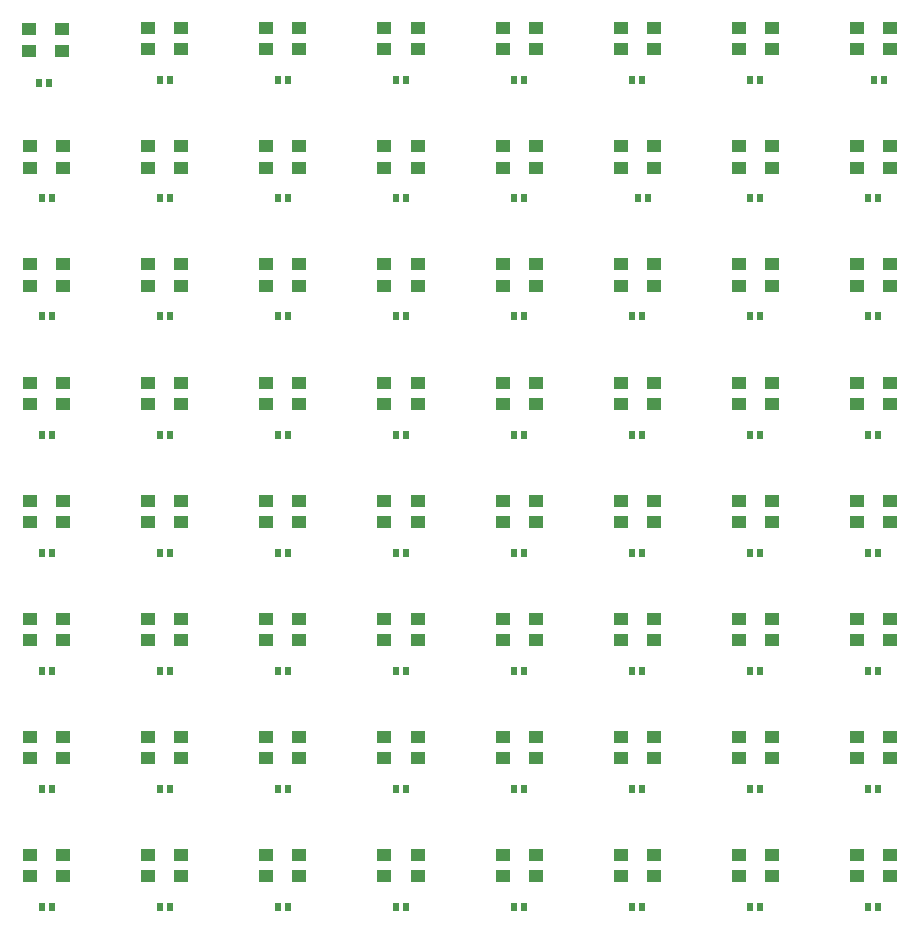
<source format=gtp>
G04 ---------------------------- Layer name :TOP PASTER LAYER*
G04 EasyEDA v5.8.22, Sat, 19 Jan 2019 18:17:00 GMT*
G04 b8eca77e87294b629a6419249ffa979f*
G04 Gerber Generator version 0.2*
G04 Scale: 100 percent, Rotated: No, Reflected: No *
G04 Dimensions in millimeters *
G04 leading zeros omitted , absolute positions ,3 integer and 3 decimal *
%FSLAX33Y33*%
%MOMM*%
G90*
G71D02*

%ADD13R,1.199998X0.999998*%
%ADD14R,0.599948X0.649986*%

%LPD*%
G54D13*
G01X3501Y75798D03*
G01X6301Y75798D03*
G01X6301Y73998D03*
G01X3501Y73998D03*
G01X13599Y75899D03*
G01X16400Y75899D03*
G01X16400Y74099D03*
G01X13599Y74099D03*
G01X23601Y75898D03*
G01X26401Y75898D03*
G01X26401Y74098D03*
G01X23601Y74098D03*
G01X33599Y75899D03*
G01X36399Y75899D03*
G01X36399Y74099D03*
G01X33599Y74099D03*
G01X43599Y75899D03*
G01X46399Y75899D03*
G01X46399Y74099D03*
G01X43599Y74099D03*
G01X53599Y75899D03*
G01X56399Y75899D03*
G01X56399Y74099D03*
G01X53599Y74099D03*
G01X63599Y75899D03*
G01X66399Y75899D03*
G01X66399Y74099D03*
G01X63599Y74099D03*
G01X73599Y75899D03*
G01X76399Y75899D03*
G01X76399Y74099D03*
G01X73599Y74099D03*
G01X3599Y65899D03*
G01X6400Y65899D03*
G01X6400Y64099D03*
G01X3599Y64099D03*
G01X13599Y65899D03*
G01X16400Y65899D03*
G01X16400Y64099D03*
G01X13599Y64099D03*
G01X23599Y65899D03*
G01X26399Y65899D03*
G01X26399Y64099D03*
G01X23599Y64099D03*
G01X33599Y65899D03*
G01X36399Y65899D03*
G01X36399Y64099D03*
G01X33599Y64099D03*
G01X43599Y65899D03*
G01X46399Y65899D03*
G01X46399Y64099D03*
G01X43599Y64099D03*
G01X53601Y65898D03*
G01X56401Y65898D03*
G01X56401Y64098D03*
G01X53601Y64098D03*
G01X63599Y65899D03*
G01X66399Y65899D03*
G01X66399Y64099D03*
G01X63599Y64099D03*
G01X73599Y65899D03*
G01X76399Y65899D03*
G01X76399Y64099D03*
G01X73599Y64099D03*
G01X3599Y55899D03*
G01X6400Y55899D03*
G01X6400Y54099D03*
G01X3599Y54099D03*
G01X13599Y55899D03*
G01X16400Y55899D03*
G01X16400Y54099D03*
G01X13599Y54099D03*
G01X23599Y55899D03*
G01X26399Y55899D03*
G01X26399Y54099D03*
G01X23599Y54099D03*
G01X33601Y55898D03*
G01X36402Y55898D03*
G01X36402Y54098D03*
G01X33601Y54098D03*
G01X43601Y55898D03*
G01X46401Y55898D03*
G01X46401Y54098D03*
G01X43601Y54098D03*
G01X53601Y55898D03*
G01X56401Y55898D03*
G01X56401Y54098D03*
G01X53601Y54098D03*
G01X63599Y55899D03*
G01X66399Y55899D03*
G01X66399Y54099D03*
G01X63599Y54099D03*
G01X73601Y55898D03*
G01X76401Y55898D03*
G01X76401Y54098D03*
G01X73601Y54098D03*
G01X3601Y45898D03*
G01X6402Y45898D03*
G01X6402Y44098D03*
G01X3601Y44098D03*
G01X13601Y45898D03*
G01X16402Y45898D03*
G01X16402Y44098D03*
G01X13601Y44098D03*
G01X23601Y45898D03*
G01X26401Y45898D03*
G01X26401Y44098D03*
G01X23601Y44098D03*
G01X33601Y45898D03*
G01X36402Y45898D03*
G01X36402Y44098D03*
G01X33601Y44098D03*
G01X43601Y45898D03*
G01X46401Y45898D03*
G01X46401Y44098D03*
G01X43601Y44098D03*
G01X53601Y45898D03*
G01X56401Y45898D03*
G01X56401Y44098D03*
G01X53601Y44098D03*
G01X63601Y45898D03*
G01X66401Y45898D03*
G01X66401Y44098D03*
G01X63601Y44098D03*
G01X73601Y45898D03*
G01X76401Y45898D03*
G01X76401Y44098D03*
G01X73601Y44098D03*
G01X3601Y35898D03*
G01X6402Y35898D03*
G01X6402Y34098D03*
G01X3601Y34098D03*
G01X13601Y35898D03*
G01X16402Y35898D03*
G01X16402Y34098D03*
G01X13601Y34098D03*
G01X23601Y35898D03*
G01X26401Y35898D03*
G01X26401Y34098D03*
G01X23601Y34098D03*
G01X33601Y35898D03*
G01X36402Y35898D03*
G01X36402Y34098D03*
G01X33601Y34098D03*
G01X43601Y35898D03*
G01X46401Y35898D03*
G01X46401Y34098D03*
G01X43601Y34098D03*
G01X53601Y35898D03*
G01X56401Y35898D03*
G01X56401Y34098D03*
G01X53601Y34098D03*
G01X63601Y35898D03*
G01X66401Y35898D03*
G01X66401Y34098D03*
G01X63601Y34098D03*
G01X73599Y35899D03*
G01X76399Y35899D03*
G01X76399Y34100D03*
G01X73599Y34100D03*
G01X3601Y25898D03*
G01X6402Y25898D03*
G01X6402Y24098D03*
G01X3601Y24098D03*
G01X13601Y25898D03*
G01X16402Y25898D03*
G01X16402Y24098D03*
G01X13601Y24098D03*
G01X23599Y25899D03*
G01X26399Y25899D03*
G01X26399Y24100D03*
G01X23599Y24100D03*
G01X33601Y25898D03*
G01X36402Y25898D03*
G01X36402Y24098D03*
G01X33601Y24098D03*
G01X43601Y25898D03*
G01X46401Y25898D03*
G01X46401Y24098D03*
G01X43601Y24098D03*
G01X53601Y25898D03*
G01X56401Y25898D03*
G01X56401Y24098D03*
G01X53601Y24098D03*
G01X63599Y25899D03*
G01X66399Y25899D03*
G01X66399Y24100D03*
G01X63599Y24100D03*
G01X73599Y25899D03*
G01X76399Y25899D03*
G01X76399Y24100D03*
G01X73599Y24100D03*
G01X3601Y15898D03*
G01X6402Y15898D03*
G01X6402Y14098D03*
G01X3601Y14098D03*
G01X13601Y15898D03*
G01X16402Y15898D03*
G01X16402Y14098D03*
G01X13601Y14098D03*
G01X23601Y15898D03*
G01X26401Y15898D03*
G01X26401Y14098D03*
G01X23601Y14098D03*
G01X33601Y15898D03*
G01X36402Y15898D03*
G01X36402Y14098D03*
G01X33601Y14098D03*
G01X43601Y15898D03*
G01X46401Y15898D03*
G01X46401Y14098D03*
G01X43601Y14098D03*
G01X53601Y15898D03*
G01X56401Y15898D03*
G01X56401Y14098D03*
G01X53601Y14098D03*
G01X63601Y15898D03*
G01X66401Y15898D03*
G01X66401Y14098D03*
G01X63601Y14098D03*
G01X73599Y15899D03*
G01X76399Y15899D03*
G01X76399Y14100D03*
G01X73599Y14100D03*
G01X3601Y5898D03*
G01X6402Y5898D03*
G01X6402Y4098D03*
G01X3601Y4098D03*
G01X13601Y5898D03*
G01X16402Y5898D03*
G01X16402Y4098D03*
G01X13601Y4098D03*
G01X23599Y5899D03*
G01X26399Y5899D03*
G01X26399Y4100D03*
G01X23599Y4100D03*
G01X33599Y5899D03*
G01X36399Y5899D03*
G01X36399Y4100D03*
G01X33599Y4100D03*
G01X43601Y5898D03*
G01X46401Y5898D03*
G01X46401Y4098D03*
G01X43601Y4098D03*
G01X53599Y5899D03*
G01X56399Y5899D03*
G01X56399Y4100D03*
G01X53599Y4100D03*
G01X63601Y5898D03*
G01X66401Y5898D03*
G01X66401Y4098D03*
G01X63601Y4098D03*
G01X73599Y5899D03*
G01X76399Y5899D03*
G01X76399Y4100D03*
G01X73599Y4100D03*
G54D14*
G01X5226Y71298D03*
G01X4377Y71298D03*
G01X15424Y71499D03*
G01X14575Y71499D03*
G01X25426Y71498D03*
G01X24577Y71498D03*
G01X35426Y71498D03*
G01X34577Y71498D03*
G01X45426Y71498D03*
G01X44577Y71498D03*
G01X55426Y71498D03*
G01X54577Y71498D03*
G01X65426Y71498D03*
G01X64577Y71498D03*
G01X75926Y71498D03*
G01X75077Y71498D03*
G01X5424Y61499D03*
G01X4575Y61499D03*
G01X15424Y61499D03*
G01X14575Y61499D03*
G01X25426Y61498D03*
G01X24577Y61498D03*
G01X35426Y61498D03*
G01X34577Y61498D03*
G01X45426Y61498D03*
G01X44577Y61498D03*
G01X55926Y61498D03*
G01X55077Y61498D03*
G01X65426Y61498D03*
G01X64577Y61498D03*
G01X75426Y61498D03*
G01X74577Y61498D03*
G01X5426Y51498D03*
G01X4577Y51498D03*
G01X15426Y51498D03*
G01X14577Y51498D03*
G01X25426Y51498D03*
G01X24577Y51498D03*
G01X35426Y51498D03*
G01X34577Y51498D03*
G01X45426Y51498D03*
G01X44577Y51498D03*
G01X55424Y51499D03*
G01X54575Y51499D03*
G01X65426Y51498D03*
G01X64577Y51498D03*
G01X75426Y51498D03*
G01X74577Y51498D03*
G01X5426Y41498D03*
G01X4577Y41498D03*
G01X15426Y41498D03*
G01X14577Y41498D03*
G01X25426Y41498D03*
G01X24577Y41498D03*
G01X35426Y41498D03*
G01X34577Y41498D03*
G01X45426Y41498D03*
G01X44577Y41498D03*
G01X55426Y41498D03*
G01X54577Y41498D03*
G01X65426Y41498D03*
G01X64577Y41498D03*
G01X75426Y41498D03*
G01X74577Y41498D03*
G01X5426Y31498D03*
G01X4577Y31498D03*
G01X15426Y31498D03*
G01X14577Y31498D03*
G01X25426Y31498D03*
G01X24577Y31498D03*
G01X35426Y31498D03*
G01X34577Y31498D03*
G01X45426Y31498D03*
G01X44577Y31498D03*
G01X55424Y31499D03*
G01X54575Y31499D03*
G01X65426Y31498D03*
G01X64577Y31498D03*
G01X75426Y31498D03*
G01X74577Y31498D03*
G01X5426Y21498D03*
G01X4577Y21498D03*
G01X15426Y21498D03*
G01X14577Y21498D03*
G01X25426Y21498D03*
G01X24577Y21498D03*
G01X35426Y21498D03*
G01X34577Y21498D03*
G01X45426Y21498D03*
G01X44577Y21498D03*
G01X55426Y21498D03*
G01X54577Y21498D03*
G01X65426Y21498D03*
G01X64577Y21498D03*
G01X75426Y21498D03*
G01X74577Y21498D03*
G01X5426Y11498D03*
G01X4577Y11498D03*
G01X15426Y11498D03*
G01X14577Y11498D03*
G01X25426Y11498D03*
G01X24577Y11498D03*
G01X35426Y11498D03*
G01X34577Y11498D03*
G01X45426Y11498D03*
G01X44577Y11498D03*
G01X55426Y11498D03*
G01X54577Y11498D03*
G01X65426Y11498D03*
G01X64577Y11498D03*
G01X75426Y11498D03*
G01X74577Y11498D03*
G01X5426Y1498D03*
G01X4577Y1498D03*
G01X15426Y1498D03*
G01X14577Y1498D03*
G01X25426Y1498D03*
G01X24577Y1498D03*
G01X35426Y1498D03*
G01X34577Y1498D03*
G01X45426Y1498D03*
G01X44577Y1498D03*
G01X55426Y1498D03*
G01X54577Y1498D03*
G01X65426Y1498D03*
G01X64577Y1498D03*
G01X75426Y1498D03*
G01X74577Y1498D03*
M00*
M02*

</source>
